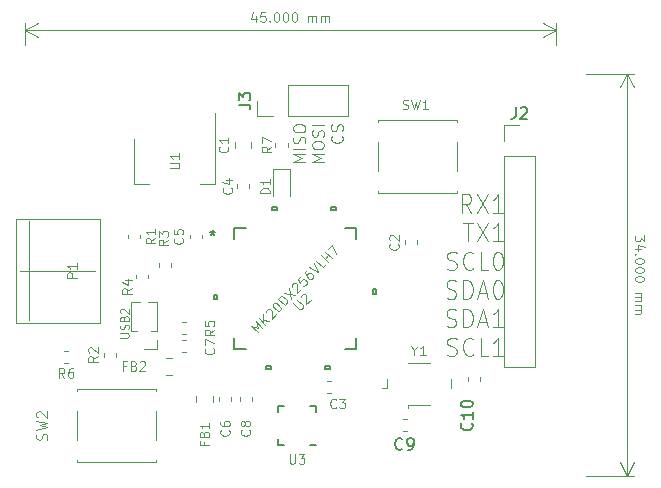
<source format=gbr>
G04 #@! TF.GenerationSoftware,KiCad,Pcbnew,(5.1.2-1)-1*
G04 #@! TF.CreationDate,2020-06-07T21:53:54+02:00*
G04 #@! TF.ProjectId,TeensyTest,5465656e-7379-4546-9573-742e6b696361,rev?*
G04 #@! TF.SameCoordinates,Original*
G04 #@! TF.FileFunction,Legend,Top*
G04 #@! TF.FilePolarity,Positive*
%FSLAX46Y46*%
G04 Gerber Fmt 4.6, Leading zero omitted, Abs format (unit mm)*
G04 Created by KiCad (PCBNEW (5.1.2-1)-1) date 2020-06-07 21:53:54*
%MOMM*%
%LPD*%
G04 APERTURE LIST*
%ADD10C,0.100000*%
%ADD11C,0.120000*%
%ADD12C,0.020000*%
%ADD13C,0.152400*%
%ADD14C,0.150000*%
G04 APERTURE END LIST*
D10*
X68058095Y-49507619D02*
X68058095Y-50002857D01*
X67753333Y-49736190D01*
X67753333Y-49850476D01*
X67715238Y-49926666D01*
X67677142Y-49964761D01*
X67600952Y-50002857D01*
X67410476Y-50002857D01*
X67334285Y-49964761D01*
X67296190Y-49926666D01*
X67258095Y-49850476D01*
X67258095Y-49621904D01*
X67296190Y-49545714D01*
X67334285Y-49507619D01*
X67791428Y-50688571D02*
X67258095Y-50688571D01*
X68096190Y-50498095D02*
X67524761Y-50307619D01*
X67524761Y-50802857D01*
X67334285Y-51107619D02*
X67296190Y-51145714D01*
X67258095Y-51107619D01*
X67296190Y-51069523D01*
X67334285Y-51107619D01*
X67258095Y-51107619D01*
X68058095Y-51640952D02*
X68058095Y-51717142D01*
X68020000Y-51793333D01*
X67981904Y-51831428D01*
X67905714Y-51869523D01*
X67753333Y-51907619D01*
X67562857Y-51907619D01*
X67410476Y-51869523D01*
X67334285Y-51831428D01*
X67296190Y-51793333D01*
X67258095Y-51717142D01*
X67258095Y-51640952D01*
X67296190Y-51564761D01*
X67334285Y-51526666D01*
X67410476Y-51488571D01*
X67562857Y-51450476D01*
X67753333Y-51450476D01*
X67905714Y-51488571D01*
X67981904Y-51526666D01*
X68020000Y-51564761D01*
X68058095Y-51640952D01*
X68058095Y-52402857D02*
X68058095Y-52479047D01*
X68020000Y-52555238D01*
X67981904Y-52593333D01*
X67905714Y-52631428D01*
X67753333Y-52669523D01*
X67562857Y-52669523D01*
X67410476Y-52631428D01*
X67334285Y-52593333D01*
X67296190Y-52555238D01*
X67258095Y-52479047D01*
X67258095Y-52402857D01*
X67296190Y-52326666D01*
X67334285Y-52288571D01*
X67410476Y-52250476D01*
X67562857Y-52212380D01*
X67753333Y-52212380D01*
X67905714Y-52250476D01*
X67981904Y-52288571D01*
X68020000Y-52326666D01*
X68058095Y-52402857D01*
X68058095Y-53164761D02*
X68058095Y-53240952D01*
X68020000Y-53317142D01*
X67981904Y-53355238D01*
X67905714Y-53393333D01*
X67753333Y-53431428D01*
X67562857Y-53431428D01*
X67410476Y-53393333D01*
X67334285Y-53355238D01*
X67296190Y-53317142D01*
X67258095Y-53240952D01*
X67258095Y-53164761D01*
X67296190Y-53088571D01*
X67334285Y-53050476D01*
X67410476Y-53012380D01*
X67562857Y-52974285D01*
X67753333Y-52974285D01*
X67905714Y-53012380D01*
X67981904Y-53050476D01*
X68020000Y-53088571D01*
X68058095Y-53164761D01*
X67258095Y-54383809D02*
X67791428Y-54383809D01*
X67715238Y-54383809D02*
X67753333Y-54421904D01*
X67791428Y-54498095D01*
X67791428Y-54612380D01*
X67753333Y-54688571D01*
X67677142Y-54726666D01*
X67258095Y-54726666D01*
X67677142Y-54726666D02*
X67753333Y-54764761D01*
X67791428Y-54840952D01*
X67791428Y-54955238D01*
X67753333Y-55031428D01*
X67677142Y-55069523D01*
X67258095Y-55069523D01*
X67258095Y-55450476D02*
X67791428Y-55450476D01*
X67715238Y-55450476D02*
X67753333Y-55488571D01*
X67791428Y-55564761D01*
X67791428Y-55679047D01*
X67753333Y-55755238D01*
X67677142Y-55793333D01*
X67258095Y-55793333D01*
X67677142Y-55793333D02*
X67753333Y-55831428D01*
X67791428Y-55907619D01*
X67791428Y-56021904D01*
X67753333Y-56098095D01*
X67677142Y-56136190D01*
X67258095Y-56136190D01*
D11*
X66600000Y-35860000D02*
X66600000Y-69860000D01*
X63100000Y-35860000D02*
X67186421Y-35860000D01*
X63100000Y-69860000D02*
X67186421Y-69860000D01*
X66600000Y-69860000D02*
X66013579Y-68733496D01*
X66600000Y-69860000D02*
X67186421Y-68733496D01*
X66600000Y-35860000D02*
X66013579Y-36986504D01*
X66600000Y-35860000D02*
X67186421Y-36986504D01*
D10*
X35166666Y-30907418D02*
X35166666Y-31440751D01*
X34976190Y-30602656D02*
X34785714Y-31174085D01*
X35280952Y-31174085D01*
X35966666Y-30640751D02*
X35585714Y-30640751D01*
X35547619Y-31021704D01*
X35585714Y-30983608D01*
X35661904Y-30945513D01*
X35852380Y-30945513D01*
X35928571Y-30983608D01*
X35966666Y-31021704D01*
X36004761Y-31097894D01*
X36004761Y-31288370D01*
X35966666Y-31364561D01*
X35928571Y-31402656D01*
X35852380Y-31440751D01*
X35661904Y-31440751D01*
X35585714Y-31402656D01*
X35547619Y-31364561D01*
X36347619Y-31364561D02*
X36385714Y-31402656D01*
X36347619Y-31440751D01*
X36309523Y-31402656D01*
X36347619Y-31364561D01*
X36347619Y-31440751D01*
X36880952Y-30640751D02*
X36957142Y-30640751D01*
X37033333Y-30678847D01*
X37071428Y-30716942D01*
X37109523Y-30793132D01*
X37147619Y-30945513D01*
X37147619Y-31135989D01*
X37109523Y-31288370D01*
X37071428Y-31364561D01*
X37033333Y-31402656D01*
X36957142Y-31440751D01*
X36880952Y-31440751D01*
X36804761Y-31402656D01*
X36766666Y-31364561D01*
X36728571Y-31288370D01*
X36690476Y-31135989D01*
X36690476Y-30945513D01*
X36728571Y-30793132D01*
X36766666Y-30716942D01*
X36804761Y-30678847D01*
X36880952Y-30640751D01*
X37642857Y-30640751D02*
X37719047Y-30640751D01*
X37795238Y-30678847D01*
X37833333Y-30716942D01*
X37871428Y-30793132D01*
X37909523Y-30945513D01*
X37909523Y-31135989D01*
X37871428Y-31288370D01*
X37833333Y-31364561D01*
X37795238Y-31402656D01*
X37719047Y-31440751D01*
X37642857Y-31440751D01*
X37566666Y-31402656D01*
X37528571Y-31364561D01*
X37490476Y-31288370D01*
X37452380Y-31135989D01*
X37452380Y-30945513D01*
X37490476Y-30793132D01*
X37528571Y-30716942D01*
X37566666Y-30678847D01*
X37642857Y-30640751D01*
X38404761Y-30640751D02*
X38480952Y-30640751D01*
X38557142Y-30678847D01*
X38595238Y-30716942D01*
X38633333Y-30793132D01*
X38671428Y-30945513D01*
X38671428Y-31135989D01*
X38633333Y-31288370D01*
X38595238Y-31364561D01*
X38557142Y-31402656D01*
X38480952Y-31440751D01*
X38404761Y-31440751D01*
X38328571Y-31402656D01*
X38290476Y-31364561D01*
X38252380Y-31288370D01*
X38214285Y-31135989D01*
X38214285Y-30945513D01*
X38252380Y-30793132D01*
X38290476Y-30716942D01*
X38328571Y-30678847D01*
X38404761Y-30640751D01*
X39623809Y-31440751D02*
X39623809Y-30907418D01*
X39623809Y-30983608D02*
X39661904Y-30945513D01*
X39738095Y-30907418D01*
X39852380Y-30907418D01*
X39928571Y-30945513D01*
X39966666Y-31021704D01*
X39966666Y-31440751D01*
X39966666Y-31021704D02*
X40004761Y-30945513D01*
X40080952Y-30907418D01*
X40195238Y-30907418D01*
X40271428Y-30945513D01*
X40309523Y-31021704D01*
X40309523Y-31440751D01*
X40690476Y-31440751D02*
X40690476Y-30907418D01*
X40690476Y-30983608D02*
X40728571Y-30945513D01*
X40804761Y-30907418D01*
X40919047Y-30907418D01*
X40995238Y-30945513D01*
X41033333Y-31021704D01*
X41033333Y-31440751D01*
X41033333Y-31021704D02*
X41071428Y-30945513D01*
X41147619Y-30907418D01*
X41261904Y-30907418D01*
X41338095Y-30945513D01*
X41376190Y-31021704D01*
X41376190Y-31440751D01*
D11*
X60600000Y-32098847D02*
X15600000Y-32098847D01*
X60600000Y-33360000D02*
X60600000Y-31512426D01*
X15600000Y-33360000D02*
X15600000Y-31512426D01*
X15600000Y-32098847D02*
X16726504Y-31512426D01*
X15600000Y-32098847D02*
X16726504Y-32685268D01*
X60600000Y-32098847D02*
X59473496Y-31512426D01*
X60600000Y-32098847D02*
X59473496Y-32685268D01*
D10*
X39352380Y-43305952D02*
X38352380Y-43305952D01*
X39066666Y-42972619D01*
X38352380Y-42639285D01*
X39352380Y-42639285D01*
X39352380Y-42163095D02*
X38352380Y-42163095D01*
X39304761Y-41734523D02*
X39352380Y-41591666D01*
X39352380Y-41353571D01*
X39304761Y-41258333D01*
X39257142Y-41210714D01*
X39161904Y-41163095D01*
X39066666Y-41163095D01*
X38971428Y-41210714D01*
X38923809Y-41258333D01*
X38876190Y-41353571D01*
X38828571Y-41544047D01*
X38780952Y-41639285D01*
X38733333Y-41686904D01*
X38638095Y-41734523D01*
X38542857Y-41734523D01*
X38447619Y-41686904D01*
X38400000Y-41639285D01*
X38352380Y-41544047D01*
X38352380Y-41305952D01*
X38400000Y-41163095D01*
X38352380Y-40544047D02*
X38352380Y-40353571D01*
X38400000Y-40258333D01*
X38495238Y-40163095D01*
X38685714Y-40115476D01*
X39019047Y-40115476D01*
X39209523Y-40163095D01*
X39304761Y-40258333D01*
X39352380Y-40353571D01*
X39352380Y-40544047D01*
X39304761Y-40639285D01*
X39209523Y-40734523D01*
X39019047Y-40782142D01*
X38685714Y-40782142D01*
X38495238Y-40734523D01*
X38400000Y-40639285D01*
X38352380Y-40544047D01*
X40952380Y-43305952D02*
X39952380Y-43305952D01*
X40666666Y-42972619D01*
X39952380Y-42639285D01*
X40952380Y-42639285D01*
X39952380Y-41972619D02*
X39952380Y-41782142D01*
X40000000Y-41686904D01*
X40095238Y-41591666D01*
X40285714Y-41544047D01*
X40619047Y-41544047D01*
X40809523Y-41591666D01*
X40904761Y-41686904D01*
X40952380Y-41782142D01*
X40952380Y-41972619D01*
X40904761Y-42067857D01*
X40809523Y-42163095D01*
X40619047Y-42210714D01*
X40285714Y-42210714D01*
X40095238Y-42163095D01*
X40000000Y-42067857D01*
X39952380Y-41972619D01*
X40904761Y-41163095D02*
X40952380Y-41020238D01*
X40952380Y-40782142D01*
X40904761Y-40686904D01*
X40857142Y-40639285D01*
X40761904Y-40591666D01*
X40666666Y-40591666D01*
X40571428Y-40639285D01*
X40523809Y-40686904D01*
X40476190Y-40782142D01*
X40428571Y-40972619D01*
X40380952Y-41067857D01*
X40333333Y-41115476D01*
X40238095Y-41163095D01*
X40142857Y-41163095D01*
X40047619Y-41115476D01*
X40000000Y-41067857D01*
X39952380Y-40972619D01*
X39952380Y-40734523D01*
X40000000Y-40591666D01*
X40952380Y-40163095D02*
X39952380Y-40163095D01*
X42457142Y-41067857D02*
X42504761Y-41115476D01*
X42552380Y-41258333D01*
X42552380Y-41353571D01*
X42504761Y-41496428D01*
X42409523Y-41591666D01*
X42314285Y-41639285D01*
X42123809Y-41686904D01*
X41980952Y-41686904D01*
X41790476Y-41639285D01*
X41695238Y-41591666D01*
X41600000Y-41496428D01*
X41552380Y-41353571D01*
X41552380Y-41258333D01*
X41600000Y-41115476D01*
X41647619Y-41067857D01*
X42504761Y-40686904D02*
X42552380Y-40544047D01*
X42552380Y-40305952D01*
X42504761Y-40210714D01*
X42457142Y-40163095D01*
X42361904Y-40115476D01*
X42266666Y-40115476D01*
X42171428Y-40163095D01*
X42123809Y-40210714D01*
X42076190Y-40305952D01*
X42028571Y-40496428D01*
X41980952Y-40591666D01*
X41933333Y-40639285D01*
X41838095Y-40686904D01*
X41742857Y-40686904D01*
X41647619Y-40639285D01*
X41600000Y-40591666D01*
X41552380Y-40496428D01*
X41552380Y-40258333D01*
X41600000Y-40115476D01*
X53401666Y-47598690D02*
X52935000Y-46860595D01*
X52601666Y-47598690D02*
X52601666Y-46048690D01*
X53135000Y-46048690D01*
X53268333Y-46122500D01*
X53335000Y-46196309D01*
X53401666Y-46343928D01*
X53401666Y-46565357D01*
X53335000Y-46712976D01*
X53268333Y-46786785D01*
X53135000Y-46860595D01*
X52601666Y-46860595D01*
X53868333Y-46048690D02*
X54801666Y-47598690D01*
X54801666Y-46048690D02*
X53868333Y-47598690D01*
X56068333Y-47598690D02*
X55268333Y-47598690D01*
X55668333Y-47598690D02*
X55668333Y-46048690D01*
X55535000Y-46270119D01*
X55401666Y-46417738D01*
X55268333Y-46491547D01*
X52735000Y-48473690D02*
X53535000Y-48473690D01*
X53135000Y-50023690D02*
X53135000Y-48473690D01*
X53868333Y-48473690D02*
X54801666Y-50023690D01*
X54801666Y-48473690D02*
X53868333Y-50023690D01*
X56068333Y-50023690D02*
X55268333Y-50023690D01*
X55668333Y-50023690D02*
X55668333Y-48473690D01*
X55535000Y-48695119D01*
X55401666Y-48842738D01*
X55268333Y-48916547D01*
X51401666Y-52374880D02*
X51601666Y-52448690D01*
X51935000Y-52448690D01*
X52068333Y-52374880D01*
X52135000Y-52301071D01*
X52201666Y-52153452D01*
X52201666Y-52005833D01*
X52135000Y-51858214D01*
X52068333Y-51784404D01*
X51935000Y-51710595D01*
X51668333Y-51636785D01*
X51535000Y-51562976D01*
X51468333Y-51489166D01*
X51401666Y-51341547D01*
X51401666Y-51193928D01*
X51468333Y-51046309D01*
X51535000Y-50972500D01*
X51668333Y-50898690D01*
X52001666Y-50898690D01*
X52201666Y-50972500D01*
X53601666Y-52301071D02*
X53535000Y-52374880D01*
X53335000Y-52448690D01*
X53201666Y-52448690D01*
X53001666Y-52374880D01*
X52868333Y-52227261D01*
X52801666Y-52079642D01*
X52735000Y-51784404D01*
X52735000Y-51562976D01*
X52801666Y-51267738D01*
X52868333Y-51120119D01*
X53001666Y-50972500D01*
X53201666Y-50898690D01*
X53335000Y-50898690D01*
X53535000Y-50972500D01*
X53601666Y-51046309D01*
X54868333Y-52448690D02*
X54201666Y-52448690D01*
X54201666Y-50898690D01*
X55601666Y-50898690D02*
X55735000Y-50898690D01*
X55868333Y-50972500D01*
X55935000Y-51046309D01*
X56001666Y-51193928D01*
X56068333Y-51489166D01*
X56068333Y-51858214D01*
X56001666Y-52153452D01*
X55935000Y-52301071D01*
X55868333Y-52374880D01*
X55735000Y-52448690D01*
X55601666Y-52448690D01*
X55468333Y-52374880D01*
X55401666Y-52301071D01*
X55335000Y-52153452D01*
X55268333Y-51858214D01*
X55268333Y-51489166D01*
X55335000Y-51193928D01*
X55401666Y-51046309D01*
X55468333Y-50972500D01*
X55601666Y-50898690D01*
X51335000Y-54799880D02*
X51535000Y-54873690D01*
X51868333Y-54873690D01*
X52001666Y-54799880D01*
X52068333Y-54726071D01*
X52135000Y-54578452D01*
X52135000Y-54430833D01*
X52068333Y-54283214D01*
X52001666Y-54209404D01*
X51868333Y-54135595D01*
X51601666Y-54061785D01*
X51468333Y-53987976D01*
X51401666Y-53914166D01*
X51335000Y-53766547D01*
X51335000Y-53618928D01*
X51401666Y-53471309D01*
X51468333Y-53397500D01*
X51601666Y-53323690D01*
X51935000Y-53323690D01*
X52135000Y-53397500D01*
X52735000Y-54873690D02*
X52735000Y-53323690D01*
X53068333Y-53323690D01*
X53268333Y-53397500D01*
X53401666Y-53545119D01*
X53468333Y-53692738D01*
X53535000Y-53987976D01*
X53535000Y-54209404D01*
X53468333Y-54504642D01*
X53401666Y-54652261D01*
X53268333Y-54799880D01*
X53068333Y-54873690D01*
X52735000Y-54873690D01*
X54068333Y-54430833D02*
X54735000Y-54430833D01*
X53935000Y-54873690D02*
X54401666Y-53323690D01*
X54868333Y-54873690D01*
X55601666Y-53323690D02*
X55735000Y-53323690D01*
X55868333Y-53397500D01*
X55935000Y-53471309D01*
X56001666Y-53618928D01*
X56068333Y-53914166D01*
X56068333Y-54283214D01*
X56001666Y-54578452D01*
X55935000Y-54726071D01*
X55868333Y-54799880D01*
X55735000Y-54873690D01*
X55601666Y-54873690D01*
X55468333Y-54799880D01*
X55401666Y-54726071D01*
X55335000Y-54578452D01*
X55268333Y-54283214D01*
X55268333Y-53914166D01*
X55335000Y-53618928D01*
X55401666Y-53471309D01*
X55468333Y-53397500D01*
X55601666Y-53323690D01*
X51335000Y-57224880D02*
X51535000Y-57298690D01*
X51868333Y-57298690D01*
X52001666Y-57224880D01*
X52068333Y-57151071D01*
X52135000Y-57003452D01*
X52135000Y-56855833D01*
X52068333Y-56708214D01*
X52001666Y-56634404D01*
X51868333Y-56560595D01*
X51601666Y-56486785D01*
X51468333Y-56412976D01*
X51401666Y-56339166D01*
X51335000Y-56191547D01*
X51335000Y-56043928D01*
X51401666Y-55896309D01*
X51468333Y-55822500D01*
X51601666Y-55748690D01*
X51935000Y-55748690D01*
X52135000Y-55822500D01*
X52735000Y-57298690D02*
X52735000Y-55748690D01*
X53068333Y-55748690D01*
X53268333Y-55822500D01*
X53401666Y-55970119D01*
X53468333Y-56117738D01*
X53535000Y-56412976D01*
X53535000Y-56634404D01*
X53468333Y-56929642D01*
X53401666Y-57077261D01*
X53268333Y-57224880D01*
X53068333Y-57298690D01*
X52735000Y-57298690D01*
X54068333Y-56855833D02*
X54735000Y-56855833D01*
X53935000Y-57298690D02*
X54401666Y-55748690D01*
X54868333Y-57298690D01*
X56068333Y-57298690D02*
X55268333Y-57298690D01*
X55668333Y-57298690D02*
X55668333Y-55748690D01*
X55535000Y-55970119D01*
X55401666Y-56117738D01*
X55268333Y-56191547D01*
X51401666Y-59649880D02*
X51601666Y-59723690D01*
X51935000Y-59723690D01*
X52068333Y-59649880D01*
X52135000Y-59576071D01*
X52201666Y-59428452D01*
X52201666Y-59280833D01*
X52135000Y-59133214D01*
X52068333Y-59059404D01*
X51935000Y-58985595D01*
X51668333Y-58911785D01*
X51535000Y-58837976D01*
X51468333Y-58764166D01*
X51401666Y-58616547D01*
X51401666Y-58468928D01*
X51468333Y-58321309D01*
X51535000Y-58247500D01*
X51668333Y-58173690D01*
X52001666Y-58173690D01*
X52201666Y-58247500D01*
X53601666Y-59576071D02*
X53535000Y-59649880D01*
X53335000Y-59723690D01*
X53201666Y-59723690D01*
X53001666Y-59649880D01*
X52868333Y-59502261D01*
X52801666Y-59354642D01*
X52735000Y-59059404D01*
X52735000Y-58837976D01*
X52801666Y-58542738D01*
X52868333Y-58395119D01*
X53001666Y-58247500D01*
X53201666Y-58173690D01*
X53335000Y-58173690D01*
X53535000Y-58247500D01*
X53601666Y-58321309D01*
X54868333Y-59723690D02*
X54201666Y-59723690D01*
X54201666Y-58173690D01*
X56068333Y-59723690D02*
X55268333Y-59723690D01*
X55668333Y-59723690D02*
X55668333Y-58173690D01*
X55535000Y-58395119D01*
X55401666Y-58542738D01*
X55268333Y-58616547D01*
X22000000Y-48100000D02*
X14900000Y-48100000D01*
X22000000Y-56900000D02*
X14900000Y-56900000D01*
X14900000Y-56900000D02*
X14900000Y-48100000D01*
X22000000Y-48100000D02*
X22000000Y-56900000D01*
X16000000Y-56700000D02*
X16000000Y-48300000D01*
D12*
X21520000Y-52500000D02*
X15200000Y-52500000D01*
D11*
X26810000Y-59120000D02*
X25700000Y-59120000D01*
X26810000Y-58360000D02*
X26810000Y-59120000D01*
X25136529Y-57600000D02*
X24590000Y-57600000D01*
X26810000Y-57600000D02*
X26263471Y-57600000D01*
X24590000Y-57600000D02*
X24590000Y-55125000D01*
X26810000Y-57600000D02*
X26810000Y-55125000D01*
X25392470Y-55125000D02*
X24590000Y-55125000D01*
X26810000Y-55125000D02*
X26007530Y-55125000D01*
D13*
X36940501Y-47396000D02*
X36559501Y-47396000D01*
X36940501Y-47142000D02*
X36940501Y-47396000D01*
X36559501Y-47142000D02*
X36940501Y-47142000D01*
X36559501Y-47396000D02*
X36559501Y-47142000D01*
X41940501Y-47396000D02*
X41559501Y-47396000D01*
X41940501Y-47142000D02*
X41940501Y-47396000D01*
X41559501Y-47142000D02*
X41940501Y-47142000D01*
X41559501Y-47396000D02*
X41559501Y-47142000D01*
X45104000Y-54059499D02*
X45358000Y-54059499D01*
X45104000Y-54440500D02*
X45104000Y-54059499D01*
X45358000Y-54440500D02*
X45104000Y-54440500D01*
X45358000Y-54059499D02*
X45358000Y-54440500D01*
X41440500Y-60604000D02*
X41059500Y-60604000D01*
X41440500Y-60858000D02*
X41440500Y-60604000D01*
X41059500Y-60858000D02*
X41440500Y-60858000D01*
X41059500Y-60604000D02*
X41059500Y-60858000D01*
X36440499Y-60604000D02*
X36059499Y-60604000D01*
X36440499Y-60858000D02*
X36440499Y-60604000D01*
X36059499Y-60858000D02*
X36440499Y-60858000D01*
X36059499Y-60604000D02*
X36059499Y-60858000D01*
X31896000Y-54559501D02*
X31642000Y-54559501D01*
X31896000Y-54940501D02*
X31896000Y-54559501D01*
X31642000Y-54940501D02*
X31896000Y-54940501D01*
X31642000Y-54559501D02*
X31642000Y-54940501D01*
X34302960Y-48869200D02*
X33369200Y-48869200D01*
X43630800Y-49802960D02*
X43630800Y-48869200D01*
X42697040Y-59130800D02*
X43630800Y-59130800D01*
X33369200Y-58197040D02*
X33369200Y-59130800D01*
X33369200Y-48869200D02*
X33369200Y-49802960D01*
X43630800Y-48869200D02*
X42697040Y-48869200D01*
X43630800Y-59130800D02*
X43630800Y-58197040D01*
X33369200Y-59130800D02*
X34302960Y-59130800D01*
D11*
X35270000Y-39440000D02*
X35270000Y-38110000D01*
X36600000Y-39440000D02*
X35270000Y-39440000D01*
X37870000Y-39440000D02*
X37870000Y-36780000D01*
X37870000Y-36780000D02*
X43010000Y-36780000D01*
X37870000Y-39440000D02*
X43010000Y-39440000D01*
X43010000Y-39440000D02*
X43010000Y-36780000D01*
X56170000Y-40210000D02*
X57500000Y-40210000D01*
X56170000Y-41540000D02*
X56170000Y-40210000D01*
X56170000Y-42810000D02*
X58830000Y-42810000D01*
X58830000Y-42810000D02*
X58830000Y-60650000D01*
X56170000Y-42810000D02*
X56170000Y-60650000D01*
X56170000Y-60650000D02*
X58830000Y-60650000D01*
X53120000Y-61517221D02*
X53120000Y-61842779D01*
X54140000Y-61517221D02*
X54140000Y-61842779D01*
X47637221Y-66050000D02*
X47962779Y-66050000D01*
X47637221Y-65030000D02*
X47962779Y-65030000D01*
X48090000Y-63880000D02*
X48090000Y-64120000D01*
X49890000Y-63880000D02*
X48090000Y-63880000D01*
X48090000Y-60280000D02*
X49890000Y-60280000D01*
X51690000Y-61680000D02*
X51690000Y-62480000D01*
X46290000Y-62480000D02*
X46290000Y-61680000D01*
X45890000Y-62480000D02*
X46290000Y-62480000D01*
D14*
X37025000Y-67245000D02*
X37525000Y-67245000D01*
X37025000Y-63995000D02*
X37525000Y-63995000D01*
X40275000Y-63995000D02*
X39775000Y-63995000D01*
X40275000Y-67245000D02*
X39775000Y-67245000D01*
X37025000Y-63995000D02*
X37025000Y-64495000D01*
X40275000Y-63995000D02*
X40275000Y-64495000D01*
X37025000Y-67245000D02*
X37025000Y-66745000D01*
D11*
X31710000Y-39130000D02*
X31710000Y-45140000D01*
X24890000Y-41380000D02*
X24890000Y-45140000D01*
X31710000Y-45140000D02*
X30450000Y-45140000D01*
X24890000Y-45140000D02*
X26150000Y-45140000D01*
X26700000Y-62510000D02*
X20000000Y-62510000D01*
X20000000Y-68710000D02*
X26700000Y-68710000D01*
X20000000Y-66810000D02*
X20000000Y-64410000D01*
X26700000Y-66810000D02*
X26700000Y-64410000D01*
X26700000Y-68710000D02*
X26700000Y-68510000D01*
X26700000Y-62510000D02*
X26700000Y-62710000D01*
X20000000Y-62510000D02*
X20000000Y-62710000D01*
X20000000Y-68710000D02*
X20000000Y-68510000D01*
X52180000Y-39740000D02*
X45480000Y-39740000D01*
X45480000Y-45940000D02*
X52180000Y-45940000D01*
X45480000Y-44040000D02*
X45480000Y-41640000D01*
X52180000Y-44040000D02*
X52180000Y-41640000D01*
X52180000Y-45940000D02*
X52180000Y-45740000D01*
X52180000Y-39740000D02*
X52180000Y-39940000D01*
X45480000Y-39740000D02*
X45480000Y-39940000D01*
X45480000Y-45940000D02*
X45480000Y-45740000D01*
X37860000Y-42022779D02*
X37860000Y-41697221D01*
X36840000Y-42022779D02*
X36840000Y-41697221D01*
X19272779Y-59280000D02*
X18947221Y-59280000D01*
X19272779Y-60300000D02*
X18947221Y-60300000D01*
X29262779Y-56850000D02*
X28937221Y-56850000D01*
X29262779Y-57870000D02*
X28937221Y-57870000D01*
X26010000Y-53162779D02*
X26010000Y-52837221D01*
X24990000Y-53162779D02*
X24990000Y-52837221D01*
X28010000Y-52162779D02*
X28010000Y-51837221D01*
X26990000Y-52162779D02*
X26990000Y-51837221D01*
X23360000Y-59772779D02*
X23360000Y-59447221D01*
X22340000Y-59772779D02*
X22340000Y-59447221D01*
X24340000Y-49447221D02*
X24340000Y-49772779D01*
X25360000Y-49447221D02*
X25360000Y-49772779D01*
X28108578Y-59900000D02*
X27591422Y-59900000D01*
X28108578Y-61320000D02*
X27591422Y-61320000D01*
X31560000Y-63618578D02*
X31560000Y-63101422D01*
X30140000Y-63618578D02*
X30140000Y-63101422D01*
X36615000Y-43875000D02*
X36615000Y-46160000D01*
X38085000Y-43875000D02*
X36615000Y-43875000D01*
X38085000Y-46160000D02*
X38085000Y-43875000D01*
X34860000Y-63522779D02*
X34860000Y-63197221D01*
X33840000Y-63522779D02*
X33840000Y-63197221D01*
X28937221Y-59370000D02*
X29262779Y-59370000D01*
X28937221Y-58350000D02*
X29262779Y-58350000D01*
X32090000Y-63197221D02*
X32090000Y-63522779D01*
X33110000Y-63197221D02*
X33110000Y-63522779D01*
X30610000Y-49772779D02*
X30610000Y-49447221D01*
X29590000Y-49772779D02*
X29590000Y-49447221D01*
X34610000Y-45522779D02*
X34610000Y-45197221D01*
X33590000Y-45522779D02*
X33590000Y-45197221D01*
X41512779Y-61850000D02*
X41187221Y-61850000D01*
X41512779Y-62870000D02*
X41187221Y-62870000D01*
X48860000Y-50272779D02*
X48860000Y-49947221D01*
X47840000Y-50272779D02*
X47840000Y-49947221D01*
X33390000Y-41601422D02*
X33390000Y-42118578D01*
X34810000Y-41601422D02*
X34810000Y-42118578D01*
D10*
X20011904Y-53090476D02*
X19211904Y-53090476D01*
X19211904Y-52785714D01*
X19250000Y-52709523D01*
X19288095Y-52671428D01*
X19364285Y-52633333D01*
X19478571Y-52633333D01*
X19554761Y-52671428D01*
X19592857Y-52709523D01*
X19630952Y-52785714D01*
X19630952Y-53090476D01*
X20011904Y-51871428D02*
X20011904Y-52328571D01*
X20011904Y-52100000D02*
X19211904Y-52100000D01*
X19326190Y-52176190D01*
X19402380Y-52252380D01*
X19440476Y-52328571D01*
X23716666Y-58176666D02*
X24283333Y-58176666D01*
X24350000Y-58143333D01*
X24383333Y-58110000D01*
X24416666Y-58043333D01*
X24416666Y-57910000D01*
X24383333Y-57843333D01*
X24350000Y-57810000D01*
X24283333Y-57776666D01*
X23716666Y-57776666D01*
X24383333Y-57476666D02*
X24416666Y-57376666D01*
X24416666Y-57210000D01*
X24383333Y-57143333D01*
X24350000Y-57110000D01*
X24283333Y-57076666D01*
X24216666Y-57076666D01*
X24150000Y-57110000D01*
X24116666Y-57143333D01*
X24083333Y-57210000D01*
X24050000Y-57343333D01*
X24016666Y-57410000D01*
X23983333Y-57443333D01*
X23916666Y-57476666D01*
X23850000Y-57476666D01*
X23783333Y-57443333D01*
X23750000Y-57410000D01*
X23716666Y-57343333D01*
X23716666Y-57176666D01*
X23750000Y-57076666D01*
X24050000Y-56543333D02*
X24083333Y-56443333D01*
X24116666Y-56410000D01*
X24183333Y-56376666D01*
X24283333Y-56376666D01*
X24350000Y-56410000D01*
X24383333Y-56443333D01*
X24416666Y-56510000D01*
X24416666Y-56776666D01*
X23716666Y-56776666D01*
X23716666Y-56543333D01*
X23750000Y-56476666D01*
X23783333Y-56443333D01*
X23850000Y-56410000D01*
X23916666Y-56410000D01*
X23983333Y-56443333D01*
X24016666Y-56476666D01*
X24050000Y-56543333D01*
X24050000Y-56776666D01*
X23783333Y-56110000D02*
X23750000Y-56076666D01*
X23716666Y-56010000D01*
X23716666Y-55843333D01*
X23750000Y-55776666D01*
X23783333Y-55743333D01*
X23850000Y-55710000D01*
X23916666Y-55710000D01*
X24016666Y-55743333D01*
X24416666Y-56143333D01*
X24416666Y-55710000D01*
X38359221Y-55281218D02*
X38817157Y-55739154D01*
X38897969Y-55766091D01*
X38951844Y-55766091D01*
X39032656Y-55739154D01*
X39140406Y-55631404D01*
X39167343Y-55550592D01*
X39167343Y-55496717D01*
X39140406Y-55415905D01*
X38682470Y-54957969D01*
X38978781Y-54769407D02*
X38978781Y-54715532D01*
X39005719Y-54634720D01*
X39140406Y-54500033D01*
X39221218Y-54473096D01*
X39275093Y-54473096D01*
X39355905Y-54500033D01*
X39409780Y-54553908D01*
X39463654Y-54661658D01*
X39463654Y-55308155D01*
X39813841Y-54957969D01*
X35348324Y-57723486D02*
X34782638Y-57157801D01*
X35375261Y-57373300D01*
X35159762Y-56780677D01*
X35725447Y-57346362D01*
X35994821Y-57076988D02*
X35429136Y-56511303D01*
X36318070Y-56753740D02*
X35752385Y-56672927D01*
X35752385Y-56188054D02*
X35752385Y-56834552D01*
X36021759Y-56026430D02*
X36021759Y-55972555D01*
X36048696Y-55891743D01*
X36183383Y-55757056D01*
X36264195Y-55730118D01*
X36318070Y-55730118D01*
X36398882Y-55757056D01*
X36452757Y-55810931D01*
X36506632Y-55918680D01*
X36506632Y-56565178D01*
X36856818Y-56214992D01*
X36641319Y-55299120D02*
X36695194Y-55245245D01*
X36776006Y-55218308D01*
X36829881Y-55218308D01*
X36910693Y-55245245D01*
X37045380Y-55326057D01*
X37180067Y-55460744D01*
X37260879Y-55595431D01*
X37287816Y-55676244D01*
X37287816Y-55730118D01*
X37260879Y-55810931D01*
X37207004Y-55864805D01*
X37126192Y-55891743D01*
X37072317Y-55891743D01*
X36991505Y-55864805D01*
X36856818Y-55783993D01*
X36722131Y-55649306D01*
X36641319Y-55514619D01*
X36614381Y-55433807D01*
X36614381Y-55379932D01*
X36641319Y-55299120D01*
X37638003Y-55433807D02*
X37072317Y-54868122D01*
X37207004Y-54733435D01*
X37314754Y-54679560D01*
X37422503Y-54679560D01*
X37503316Y-54706497D01*
X37638003Y-54787309D01*
X37718815Y-54868122D01*
X37799627Y-55002809D01*
X37826564Y-55083621D01*
X37826564Y-55191370D01*
X37772690Y-55299120D01*
X37638003Y-55433807D01*
X37584128Y-54356311D02*
X38526937Y-54544873D01*
X37961251Y-53979187D02*
X38149813Y-54921996D01*
X38203688Y-53844500D02*
X38203688Y-53790625D01*
X38230625Y-53709813D01*
X38365312Y-53575126D01*
X38446125Y-53548189D01*
X38500000Y-53548189D01*
X38580812Y-53575126D01*
X38634687Y-53629001D01*
X38688561Y-53736751D01*
X38688561Y-54383248D01*
X39038748Y-54033062D01*
X38984873Y-52955566D02*
X38715499Y-53224940D01*
X38957935Y-53521251D01*
X38957935Y-53467377D01*
X38984873Y-53386564D01*
X39119560Y-53251877D01*
X39200372Y-53224940D01*
X39254247Y-53224940D01*
X39335059Y-53251877D01*
X39469746Y-53386564D01*
X39496683Y-53467377D01*
X39496683Y-53521251D01*
X39469746Y-53602064D01*
X39335059Y-53736751D01*
X39254247Y-53763688D01*
X39200372Y-53763688D01*
X39496683Y-52443755D02*
X39388934Y-52551505D01*
X39361996Y-52632317D01*
X39361996Y-52686192D01*
X39388934Y-52820879D01*
X39469746Y-52955566D01*
X39685245Y-53171065D01*
X39766057Y-53198003D01*
X39819932Y-53198003D01*
X39900744Y-53171065D01*
X40008494Y-53063316D01*
X40035431Y-52982503D01*
X40035431Y-52928629D01*
X40008494Y-52847816D01*
X39873807Y-52713129D01*
X39792995Y-52686192D01*
X39739120Y-52686192D01*
X39658308Y-52713129D01*
X39550558Y-52820879D01*
X39523621Y-52901691D01*
X39523621Y-52955566D01*
X39550558Y-53036378D01*
X39712183Y-52228256D02*
X40466430Y-52605380D01*
X40089306Y-51851133D01*
X41112927Y-51958882D02*
X40843553Y-52228256D01*
X40277868Y-51662571D01*
X41301489Y-51770320D02*
X40735804Y-51204635D01*
X41005178Y-51474009D02*
X41328427Y-51150760D01*
X41624738Y-51447072D02*
X41059053Y-50881386D01*
X41274552Y-50665887D02*
X41651675Y-50288763D01*
X41974924Y-51096885D01*
D14*
X31515000Y-49071380D02*
X31515000Y-49309476D01*
X31276904Y-49214238D02*
X31515000Y-49309476D01*
X31753095Y-49214238D01*
X31372142Y-49499952D02*
X31515000Y-49309476D01*
X31657857Y-49499952D01*
X31515000Y-49071380D02*
X31515000Y-49309476D01*
X31276904Y-49214238D02*
X31515000Y-49309476D01*
X31753095Y-49214238D01*
X31372142Y-49499952D02*
X31515000Y-49309476D01*
X31657857Y-49499952D01*
X33722380Y-38443333D02*
X34436666Y-38443333D01*
X34579523Y-38490952D01*
X34674761Y-38586190D01*
X34722380Y-38729047D01*
X34722380Y-38824285D01*
X33722380Y-38062380D02*
X33722380Y-37443333D01*
X34103333Y-37776666D01*
X34103333Y-37633809D01*
X34150952Y-37538571D01*
X34198571Y-37490952D01*
X34293809Y-37443333D01*
X34531904Y-37443333D01*
X34627142Y-37490952D01*
X34674761Y-37538571D01*
X34722380Y-37633809D01*
X34722380Y-37919523D01*
X34674761Y-38014761D01*
X34627142Y-38062380D01*
X57166666Y-38662380D02*
X57166666Y-39376666D01*
X57119047Y-39519523D01*
X57023809Y-39614761D01*
X56880952Y-39662380D01*
X56785714Y-39662380D01*
X57595238Y-38757619D02*
X57642857Y-38710000D01*
X57738095Y-38662380D01*
X57976190Y-38662380D01*
X58071428Y-38710000D01*
X58119047Y-38757619D01*
X58166666Y-38852857D01*
X58166666Y-38948095D01*
X58119047Y-39090952D01*
X57547619Y-39662380D01*
X58166666Y-39662380D01*
X53447142Y-65402857D02*
X53494761Y-65450476D01*
X53542380Y-65593333D01*
X53542380Y-65688571D01*
X53494761Y-65831428D01*
X53399523Y-65926666D01*
X53304285Y-65974285D01*
X53113809Y-66021904D01*
X52970952Y-66021904D01*
X52780476Y-65974285D01*
X52685238Y-65926666D01*
X52590000Y-65831428D01*
X52542380Y-65688571D01*
X52542380Y-65593333D01*
X52590000Y-65450476D01*
X52637619Y-65402857D01*
X53542380Y-64450476D02*
X53542380Y-65021904D01*
X53542380Y-64736190D02*
X52542380Y-64736190D01*
X52685238Y-64831428D01*
X52780476Y-64926666D01*
X52828095Y-65021904D01*
X52542380Y-63831428D02*
X52542380Y-63736190D01*
X52590000Y-63640952D01*
X52637619Y-63593333D01*
X52732857Y-63545714D01*
X52923333Y-63498095D01*
X53161428Y-63498095D01*
X53351904Y-63545714D01*
X53447142Y-63593333D01*
X53494761Y-63640952D01*
X53542380Y-63736190D01*
X53542380Y-63831428D01*
X53494761Y-63926666D01*
X53447142Y-63974285D01*
X53351904Y-64021904D01*
X53161428Y-64069523D01*
X52923333Y-64069523D01*
X52732857Y-64021904D01*
X52637619Y-63974285D01*
X52590000Y-63926666D01*
X52542380Y-63831428D01*
X47593333Y-67597142D02*
X47545714Y-67644761D01*
X47402857Y-67692380D01*
X47307619Y-67692380D01*
X47164761Y-67644761D01*
X47069523Y-67549523D01*
X47021904Y-67454285D01*
X46974285Y-67263809D01*
X46974285Y-67120952D01*
X47021904Y-66930476D01*
X47069523Y-66835238D01*
X47164761Y-66740000D01*
X47307619Y-66692380D01*
X47402857Y-66692380D01*
X47545714Y-66740000D01*
X47593333Y-66787619D01*
X48069523Y-67692380D02*
X48260000Y-67692380D01*
X48355238Y-67644761D01*
X48402857Y-67597142D01*
X48498095Y-67454285D01*
X48545714Y-67263809D01*
X48545714Y-66882857D01*
X48498095Y-66787619D01*
X48450476Y-66740000D01*
X48355238Y-66692380D01*
X48164761Y-66692380D01*
X48069523Y-66740000D01*
X48021904Y-66787619D01*
X47974285Y-66882857D01*
X47974285Y-67120952D01*
X48021904Y-67216190D01*
X48069523Y-67263809D01*
X48164761Y-67311428D01*
X48355238Y-67311428D01*
X48450476Y-67263809D01*
X48498095Y-67216190D01*
X48545714Y-67120952D01*
D10*
X48609047Y-59260952D02*
X48609047Y-59641904D01*
X48342380Y-58841904D02*
X48609047Y-59260952D01*
X48875714Y-58841904D01*
X49561428Y-59641904D02*
X49104285Y-59641904D01*
X49332857Y-59641904D02*
X49332857Y-58841904D01*
X49256666Y-58956190D01*
X49180476Y-59032380D01*
X49104285Y-59070476D01*
X38040476Y-68031904D02*
X38040476Y-68679523D01*
X38078571Y-68755714D01*
X38116666Y-68793809D01*
X38192857Y-68831904D01*
X38345238Y-68831904D01*
X38421428Y-68793809D01*
X38459523Y-68755714D01*
X38497619Y-68679523D01*
X38497619Y-68031904D01*
X38802380Y-68031904D02*
X39297619Y-68031904D01*
X39030952Y-68336666D01*
X39145238Y-68336666D01*
X39221428Y-68374761D01*
X39259523Y-68412857D01*
X39297619Y-68489047D01*
X39297619Y-68679523D01*
X39259523Y-68755714D01*
X39221428Y-68793809D01*
X39145238Y-68831904D01*
X38916666Y-68831904D01*
X38840476Y-68793809D01*
X38802380Y-68755714D01*
X27911904Y-43839523D02*
X28559523Y-43839523D01*
X28635714Y-43801428D01*
X28673809Y-43763333D01*
X28711904Y-43687142D01*
X28711904Y-43534761D01*
X28673809Y-43458571D01*
X28635714Y-43420476D01*
X28559523Y-43382380D01*
X27911904Y-43382380D01*
X28711904Y-42582380D02*
X28711904Y-43039523D01*
X28711904Y-42810952D02*
X27911904Y-42810952D01*
X28026190Y-42887142D01*
X28102380Y-42963333D01*
X28140476Y-43039523D01*
X17464285Y-66810000D02*
X17507142Y-66681428D01*
X17507142Y-66467142D01*
X17464285Y-66381428D01*
X17421428Y-66338571D01*
X17335714Y-66295714D01*
X17250000Y-66295714D01*
X17164285Y-66338571D01*
X17121428Y-66381428D01*
X17078571Y-66467142D01*
X17035714Y-66638571D01*
X16992857Y-66724285D01*
X16950000Y-66767142D01*
X16864285Y-66810000D01*
X16778571Y-66810000D01*
X16692857Y-66767142D01*
X16650000Y-66724285D01*
X16607142Y-66638571D01*
X16607142Y-66424285D01*
X16650000Y-66295714D01*
X16607142Y-65995714D02*
X17507142Y-65781428D01*
X16864285Y-65610000D01*
X17507142Y-65438571D01*
X16607142Y-65224285D01*
X16692857Y-64924285D02*
X16650000Y-64881428D01*
X16607142Y-64795714D01*
X16607142Y-64581428D01*
X16650000Y-64495714D01*
X16692857Y-64452857D01*
X16778571Y-64410000D01*
X16864285Y-64410000D01*
X16992857Y-64452857D01*
X17507142Y-64967142D01*
X17507142Y-64410000D01*
X47633333Y-38783809D02*
X47747619Y-38821904D01*
X47938095Y-38821904D01*
X48014285Y-38783809D01*
X48052380Y-38745714D01*
X48090476Y-38669523D01*
X48090476Y-38593333D01*
X48052380Y-38517142D01*
X48014285Y-38479047D01*
X47938095Y-38440952D01*
X47785714Y-38402857D01*
X47709523Y-38364761D01*
X47671428Y-38326666D01*
X47633333Y-38250476D01*
X47633333Y-38174285D01*
X47671428Y-38098095D01*
X47709523Y-38060000D01*
X47785714Y-38021904D01*
X47976190Y-38021904D01*
X48090476Y-38060000D01*
X48357142Y-38021904D02*
X48547619Y-38821904D01*
X48700000Y-38250476D01*
X48852380Y-38821904D01*
X49042857Y-38021904D01*
X49766666Y-38821904D02*
X49309523Y-38821904D01*
X49538095Y-38821904D02*
X49538095Y-38021904D01*
X49461904Y-38136190D01*
X49385714Y-38212380D01*
X49309523Y-38250476D01*
X36461904Y-41993333D02*
X36080952Y-42260000D01*
X36461904Y-42450476D02*
X35661904Y-42450476D01*
X35661904Y-42145714D01*
X35700000Y-42069523D01*
X35738095Y-42031428D01*
X35814285Y-41993333D01*
X35928571Y-41993333D01*
X36004761Y-42031428D01*
X36042857Y-42069523D01*
X36080952Y-42145714D01*
X36080952Y-42450476D01*
X35661904Y-41726666D02*
X35661904Y-41193333D01*
X36461904Y-41536190D01*
X18976666Y-61581904D02*
X18710000Y-61200952D01*
X18519523Y-61581904D02*
X18519523Y-60781904D01*
X18824285Y-60781904D01*
X18900476Y-60820000D01*
X18938571Y-60858095D01*
X18976666Y-60934285D01*
X18976666Y-61048571D01*
X18938571Y-61124761D01*
X18900476Y-61162857D01*
X18824285Y-61200952D01*
X18519523Y-61200952D01*
X19662380Y-60781904D02*
X19510000Y-60781904D01*
X19433809Y-60820000D01*
X19395714Y-60858095D01*
X19319523Y-60972380D01*
X19281428Y-61124761D01*
X19281428Y-61429523D01*
X19319523Y-61505714D01*
X19357619Y-61543809D01*
X19433809Y-61581904D01*
X19586190Y-61581904D01*
X19662380Y-61543809D01*
X19700476Y-61505714D01*
X19738571Y-61429523D01*
X19738571Y-61239047D01*
X19700476Y-61162857D01*
X19662380Y-61124761D01*
X19586190Y-61086666D01*
X19433809Y-61086666D01*
X19357619Y-61124761D01*
X19319523Y-61162857D01*
X19281428Y-61239047D01*
X31661904Y-57493333D02*
X31280952Y-57760000D01*
X31661904Y-57950476D02*
X30861904Y-57950476D01*
X30861904Y-57645714D01*
X30900000Y-57569523D01*
X30938095Y-57531428D01*
X31014285Y-57493333D01*
X31128571Y-57493333D01*
X31204761Y-57531428D01*
X31242857Y-57569523D01*
X31280952Y-57645714D01*
X31280952Y-57950476D01*
X30861904Y-56769523D02*
X30861904Y-57150476D01*
X31242857Y-57188571D01*
X31204761Y-57150476D01*
X31166666Y-57074285D01*
X31166666Y-56883809D01*
X31204761Y-56807619D01*
X31242857Y-56769523D01*
X31319047Y-56731428D01*
X31509523Y-56731428D01*
X31585714Y-56769523D01*
X31623809Y-56807619D01*
X31661904Y-56883809D01*
X31661904Y-57074285D01*
X31623809Y-57150476D01*
X31585714Y-57188571D01*
X24661904Y-53993333D02*
X24280952Y-54260000D01*
X24661904Y-54450476D02*
X23861904Y-54450476D01*
X23861904Y-54145714D01*
X23900000Y-54069523D01*
X23938095Y-54031428D01*
X24014285Y-53993333D01*
X24128571Y-53993333D01*
X24204761Y-54031428D01*
X24242857Y-54069523D01*
X24280952Y-54145714D01*
X24280952Y-54450476D01*
X24128571Y-53307619D02*
X24661904Y-53307619D01*
X23823809Y-53498095D02*
X24395238Y-53688571D01*
X24395238Y-53193333D01*
X27736904Y-49893333D02*
X27355952Y-50160000D01*
X27736904Y-50350476D02*
X26936904Y-50350476D01*
X26936904Y-50045714D01*
X26975000Y-49969523D01*
X27013095Y-49931428D01*
X27089285Y-49893333D01*
X27203571Y-49893333D01*
X27279761Y-49931428D01*
X27317857Y-49969523D01*
X27355952Y-50045714D01*
X27355952Y-50350476D01*
X26936904Y-49626666D02*
X26936904Y-49131428D01*
X27241666Y-49398095D01*
X27241666Y-49283809D01*
X27279761Y-49207619D01*
X27317857Y-49169523D01*
X27394047Y-49131428D01*
X27584523Y-49131428D01*
X27660714Y-49169523D01*
X27698809Y-49207619D01*
X27736904Y-49283809D01*
X27736904Y-49512380D01*
X27698809Y-49588571D01*
X27660714Y-49626666D01*
X21781904Y-59743333D02*
X21400952Y-60010000D01*
X21781904Y-60200476D02*
X20981904Y-60200476D01*
X20981904Y-59895714D01*
X21020000Y-59819523D01*
X21058095Y-59781428D01*
X21134285Y-59743333D01*
X21248571Y-59743333D01*
X21324761Y-59781428D01*
X21362857Y-59819523D01*
X21400952Y-59895714D01*
X21400952Y-60200476D01*
X21058095Y-59438571D02*
X21020000Y-59400476D01*
X20981904Y-59324285D01*
X20981904Y-59133809D01*
X21020000Y-59057619D01*
X21058095Y-59019523D01*
X21134285Y-58981428D01*
X21210476Y-58981428D01*
X21324761Y-59019523D01*
X21781904Y-59476666D01*
X21781904Y-58981428D01*
X26641904Y-49743333D02*
X26260952Y-50010000D01*
X26641904Y-50200476D02*
X25841904Y-50200476D01*
X25841904Y-49895714D01*
X25880000Y-49819523D01*
X25918095Y-49781428D01*
X25994285Y-49743333D01*
X26108571Y-49743333D01*
X26184761Y-49781428D01*
X26222857Y-49819523D01*
X26260952Y-49895714D01*
X26260952Y-50200476D01*
X26641904Y-48981428D02*
X26641904Y-49438571D01*
X26641904Y-49210000D02*
X25841904Y-49210000D01*
X25956190Y-49286190D01*
X26032380Y-49362380D01*
X26070476Y-49438571D01*
X24183333Y-60552857D02*
X23916666Y-60552857D01*
X23916666Y-60971904D02*
X23916666Y-60171904D01*
X24297619Y-60171904D01*
X24869047Y-60552857D02*
X24983333Y-60590952D01*
X25021428Y-60629047D01*
X25059523Y-60705238D01*
X25059523Y-60819523D01*
X25021428Y-60895714D01*
X24983333Y-60933809D01*
X24907142Y-60971904D01*
X24602380Y-60971904D01*
X24602380Y-60171904D01*
X24869047Y-60171904D01*
X24945238Y-60210000D01*
X24983333Y-60248095D01*
X25021428Y-60324285D01*
X25021428Y-60400476D01*
X24983333Y-60476666D01*
X24945238Y-60514761D01*
X24869047Y-60552857D01*
X24602380Y-60552857D01*
X25364285Y-60248095D02*
X25402380Y-60210000D01*
X25478571Y-60171904D01*
X25669047Y-60171904D01*
X25745238Y-60210000D01*
X25783333Y-60248095D01*
X25821428Y-60324285D01*
X25821428Y-60400476D01*
X25783333Y-60514761D01*
X25326190Y-60971904D01*
X25821428Y-60971904D01*
X30792857Y-67026666D02*
X30792857Y-67293333D01*
X31211904Y-67293333D02*
X30411904Y-67293333D01*
X30411904Y-66912380D01*
X30792857Y-66340952D02*
X30830952Y-66226666D01*
X30869047Y-66188571D01*
X30945238Y-66150476D01*
X31059523Y-66150476D01*
X31135714Y-66188571D01*
X31173809Y-66226666D01*
X31211904Y-66302857D01*
X31211904Y-66607619D01*
X30411904Y-66607619D01*
X30411904Y-66340952D01*
X30450000Y-66264761D01*
X30488095Y-66226666D01*
X30564285Y-66188571D01*
X30640476Y-66188571D01*
X30716666Y-66226666D01*
X30754761Y-66264761D01*
X30792857Y-66340952D01*
X30792857Y-66607619D01*
X31211904Y-65388571D02*
X31211904Y-65845714D01*
X31211904Y-65617142D02*
X30411904Y-65617142D01*
X30526190Y-65693333D01*
X30602380Y-65769523D01*
X30640476Y-65845714D01*
X36361904Y-45950476D02*
X35561904Y-45950476D01*
X35561904Y-45760000D01*
X35600000Y-45645714D01*
X35676190Y-45569523D01*
X35752380Y-45531428D01*
X35904761Y-45493333D01*
X36019047Y-45493333D01*
X36171428Y-45531428D01*
X36247619Y-45569523D01*
X36323809Y-45645714D01*
X36361904Y-45760000D01*
X36361904Y-45950476D01*
X36361904Y-44731428D02*
X36361904Y-45188571D01*
X36361904Y-44960000D02*
X35561904Y-44960000D01*
X35676190Y-45036190D01*
X35752380Y-45112380D01*
X35790476Y-45188571D01*
X34635714Y-65993333D02*
X34673809Y-66031428D01*
X34711904Y-66145714D01*
X34711904Y-66221904D01*
X34673809Y-66336190D01*
X34597619Y-66412380D01*
X34521428Y-66450476D01*
X34369047Y-66488571D01*
X34254761Y-66488571D01*
X34102380Y-66450476D01*
X34026190Y-66412380D01*
X33950000Y-66336190D01*
X33911904Y-66221904D01*
X33911904Y-66145714D01*
X33950000Y-66031428D01*
X33988095Y-65993333D01*
X34254761Y-65536190D02*
X34216666Y-65612380D01*
X34178571Y-65650476D01*
X34102380Y-65688571D01*
X34064285Y-65688571D01*
X33988095Y-65650476D01*
X33950000Y-65612380D01*
X33911904Y-65536190D01*
X33911904Y-65383809D01*
X33950000Y-65307619D01*
X33988095Y-65269523D01*
X34064285Y-65231428D01*
X34102380Y-65231428D01*
X34178571Y-65269523D01*
X34216666Y-65307619D01*
X34254761Y-65383809D01*
X34254761Y-65536190D01*
X34292857Y-65612380D01*
X34330952Y-65650476D01*
X34407142Y-65688571D01*
X34559523Y-65688571D01*
X34635714Y-65650476D01*
X34673809Y-65612380D01*
X34711904Y-65536190D01*
X34711904Y-65383809D01*
X34673809Y-65307619D01*
X34635714Y-65269523D01*
X34559523Y-65231428D01*
X34407142Y-65231428D01*
X34330952Y-65269523D01*
X34292857Y-65307619D01*
X34254761Y-65383809D01*
X31585714Y-59093333D02*
X31623809Y-59131428D01*
X31661904Y-59245714D01*
X31661904Y-59321904D01*
X31623809Y-59436190D01*
X31547619Y-59512380D01*
X31471428Y-59550476D01*
X31319047Y-59588571D01*
X31204761Y-59588571D01*
X31052380Y-59550476D01*
X30976190Y-59512380D01*
X30900000Y-59436190D01*
X30861904Y-59321904D01*
X30861904Y-59245714D01*
X30900000Y-59131428D01*
X30938095Y-59093333D01*
X30861904Y-58826666D02*
X30861904Y-58293333D01*
X31661904Y-58636190D01*
X32885714Y-65993333D02*
X32923809Y-66031428D01*
X32961904Y-66145714D01*
X32961904Y-66221904D01*
X32923809Y-66336190D01*
X32847619Y-66412380D01*
X32771428Y-66450476D01*
X32619047Y-66488571D01*
X32504761Y-66488571D01*
X32352380Y-66450476D01*
X32276190Y-66412380D01*
X32200000Y-66336190D01*
X32161904Y-66221904D01*
X32161904Y-66145714D01*
X32200000Y-66031428D01*
X32238095Y-65993333D01*
X32161904Y-65307619D02*
X32161904Y-65460000D01*
X32200000Y-65536190D01*
X32238095Y-65574285D01*
X32352380Y-65650476D01*
X32504761Y-65688571D01*
X32809523Y-65688571D01*
X32885714Y-65650476D01*
X32923809Y-65612380D01*
X32961904Y-65536190D01*
X32961904Y-65383809D01*
X32923809Y-65307619D01*
X32885714Y-65269523D01*
X32809523Y-65231428D01*
X32619047Y-65231428D01*
X32542857Y-65269523D01*
X32504761Y-65307619D01*
X32466666Y-65383809D01*
X32466666Y-65536190D01*
X32504761Y-65612380D01*
X32542857Y-65650476D01*
X32619047Y-65688571D01*
X28955714Y-49743333D02*
X28993809Y-49781428D01*
X29031904Y-49895714D01*
X29031904Y-49971904D01*
X28993809Y-50086190D01*
X28917619Y-50162380D01*
X28841428Y-50200476D01*
X28689047Y-50238571D01*
X28574761Y-50238571D01*
X28422380Y-50200476D01*
X28346190Y-50162380D01*
X28270000Y-50086190D01*
X28231904Y-49971904D01*
X28231904Y-49895714D01*
X28270000Y-49781428D01*
X28308095Y-49743333D01*
X28231904Y-49019523D02*
X28231904Y-49400476D01*
X28612857Y-49438571D01*
X28574761Y-49400476D01*
X28536666Y-49324285D01*
X28536666Y-49133809D01*
X28574761Y-49057619D01*
X28612857Y-49019523D01*
X28689047Y-48981428D01*
X28879523Y-48981428D01*
X28955714Y-49019523D01*
X28993809Y-49057619D01*
X29031904Y-49133809D01*
X29031904Y-49324285D01*
X28993809Y-49400476D01*
X28955714Y-49438571D01*
X33085714Y-45493333D02*
X33123809Y-45531428D01*
X33161904Y-45645714D01*
X33161904Y-45721904D01*
X33123809Y-45836190D01*
X33047619Y-45912380D01*
X32971428Y-45950476D01*
X32819047Y-45988571D01*
X32704761Y-45988571D01*
X32552380Y-45950476D01*
X32476190Y-45912380D01*
X32400000Y-45836190D01*
X32361904Y-45721904D01*
X32361904Y-45645714D01*
X32400000Y-45531428D01*
X32438095Y-45493333D01*
X32628571Y-44807619D02*
X33161904Y-44807619D01*
X32323809Y-44998095D02*
X32895238Y-45188571D01*
X32895238Y-44693333D01*
X41966666Y-64075714D02*
X41928571Y-64113809D01*
X41814285Y-64151904D01*
X41738095Y-64151904D01*
X41623809Y-64113809D01*
X41547619Y-64037619D01*
X41509523Y-63961428D01*
X41471428Y-63809047D01*
X41471428Y-63694761D01*
X41509523Y-63542380D01*
X41547619Y-63466190D01*
X41623809Y-63390000D01*
X41738095Y-63351904D01*
X41814285Y-63351904D01*
X41928571Y-63390000D01*
X41966666Y-63428095D01*
X42233333Y-63351904D02*
X42728571Y-63351904D01*
X42461904Y-63656666D01*
X42576190Y-63656666D01*
X42652380Y-63694761D01*
X42690476Y-63732857D01*
X42728571Y-63809047D01*
X42728571Y-63999523D01*
X42690476Y-64075714D01*
X42652380Y-64113809D01*
X42576190Y-64151904D01*
X42347619Y-64151904D01*
X42271428Y-64113809D01*
X42233333Y-64075714D01*
X47205714Y-50243333D02*
X47243809Y-50281428D01*
X47281904Y-50395714D01*
X47281904Y-50471904D01*
X47243809Y-50586190D01*
X47167619Y-50662380D01*
X47091428Y-50700476D01*
X46939047Y-50738571D01*
X46824761Y-50738571D01*
X46672380Y-50700476D01*
X46596190Y-50662380D01*
X46520000Y-50586190D01*
X46481904Y-50471904D01*
X46481904Y-50395714D01*
X46520000Y-50281428D01*
X46558095Y-50243333D01*
X46558095Y-49938571D02*
X46520000Y-49900476D01*
X46481904Y-49824285D01*
X46481904Y-49633809D01*
X46520000Y-49557619D01*
X46558095Y-49519523D01*
X46634285Y-49481428D01*
X46710476Y-49481428D01*
X46824761Y-49519523D01*
X47281904Y-49976666D01*
X47281904Y-49481428D01*
X32785714Y-41993333D02*
X32823809Y-42031428D01*
X32861904Y-42145714D01*
X32861904Y-42221904D01*
X32823809Y-42336190D01*
X32747619Y-42412380D01*
X32671428Y-42450476D01*
X32519047Y-42488571D01*
X32404761Y-42488571D01*
X32252380Y-42450476D01*
X32176190Y-42412380D01*
X32100000Y-42336190D01*
X32061904Y-42221904D01*
X32061904Y-42145714D01*
X32100000Y-42031428D01*
X32138095Y-41993333D01*
X32861904Y-41231428D02*
X32861904Y-41688571D01*
X32861904Y-41460000D02*
X32061904Y-41460000D01*
X32176190Y-41536190D01*
X32252380Y-41612380D01*
X32290476Y-41688571D01*
M02*

</source>
